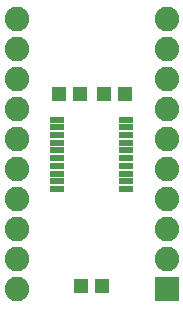
<source format=gts>
G75*
%MOIN*%
%OFA0B0*%
%FSLAX24Y24*%
%IPPOS*%
%LPD*%
%AMOC8*
5,1,8,0,0,1.08239X$1,22.5*
%
%ADD10R,0.0470X0.0200*%
%ADD11R,0.0513X0.0474*%
%ADD12R,0.0820X0.0820*%
%ADD13C,0.0820*%
D10*
X001991Y004123D03*
X001991Y004379D03*
X001991Y004635D03*
X001991Y004891D03*
X001991Y005147D03*
X001991Y005403D03*
X001991Y005659D03*
X001991Y005915D03*
X001991Y006171D03*
X001991Y006427D03*
X004289Y006427D03*
X004289Y006171D03*
X004289Y005915D03*
X004289Y005659D03*
X004289Y005403D03*
X004289Y005147D03*
X004289Y004891D03*
X004289Y004635D03*
X004289Y004379D03*
X004289Y004123D03*
D11*
X004244Y007275D03*
X003536Y007275D03*
X002744Y007275D03*
X002036Y007275D03*
X002786Y000875D03*
X003494Y000875D03*
D12*
X005640Y000775D03*
D13*
X000640Y000775D03*
X000640Y001775D03*
X000640Y002775D03*
X000640Y003775D03*
X000640Y004775D03*
X000640Y005775D03*
X000640Y006775D03*
X000640Y007775D03*
X000640Y008775D03*
X000640Y009775D03*
X005640Y009775D03*
X005640Y008775D03*
X005640Y007775D03*
X005640Y006775D03*
X005640Y005775D03*
X005640Y004775D03*
X005640Y003775D03*
X005640Y002775D03*
X005640Y001775D03*
M02*

</source>
